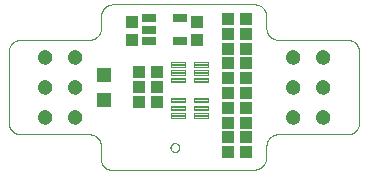
<source format=gts>
G75*
%MOIN*%
%OFA0B0*%
%FSLAX25Y25*%
%IPPOS*%
%LPD*%
%AMOC8*
5,1,8,0,0,1.08239X$1,22.5*
%
%ADD10C,0.00000*%
%ADD11R,0.05124X0.05124*%
%ADD12R,0.03943X0.03943*%
%ADD13C,0.04731*%
%ADD14C,0.00494*%
%ADD15C,0.00004*%
%ADD16R,0.05124X0.02565*%
D10*
X0045791Y0032012D02*
X0045915Y0032010D01*
X0046038Y0032004D01*
X0046162Y0031995D01*
X0046284Y0031981D01*
X0046407Y0031964D01*
X0046529Y0031942D01*
X0046650Y0031917D01*
X0046770Y0031888D01*
X0046889Y0031856D01*
X0047008Y0031819D01*
X0047125Y0031779D01*
X0047240Y0031736D01*
X0047355Y0031688D01*
X0047467Y0031637D01*
X0047578Y0031583D01*
X0047688Y0031525D01*
X0047795Y0031464D01*
X0047901Y0031399D01*
X0048004Y0031331D01*
X0048105Y0031260D01*
X0048204Y0031186D01*
X0048301Y0031109D01*
X0048395Y0031028D01*
X0048486Y0030945D01*
X0048575Y0030859D01*
X0048661Y0030770D01*
X0048744Y0030679D01*
X0048825Y0030585D01*
X0048902Y0030488D01*
X0048976Y0030389D01*
X0049047Y0030288D01*
X0049115Y0030185D01*
X0049180Y0030079D01*
X0049241Y0029972D01*
X0049299Y0029862D01*
X0049353Y0029751D01*
X0049404Y0029639D01*
X0049452Y0029524D01*
X0049495Y0029409D01*
X0049535Y0029292D01*
X0049572Y0029173D01*
X0049604Y0029054D01*
X0049633Y0028934D01*
X0049658Y0028813D01*
X0049680Y0028691D01*
X0049697Y0028568D01*
X0049711Y0028446D01*
X0049720Y0028322D01*
X0049726Y0028199D01*
X0049728Y0028075D01*
X0049728Y0024138D01*
X0049713Y0024023D01*
X0049703Y0023907D01*
X0049696Y0023791D01*
X0049693Y0023675D01*
X0049694Y0023558D01*
X0049699Y0023442D01*
X0049708Y0023326D01*
X0049720Y0023211D01*
X0049737Y0023095D01*
X0049757Y0022981D01*
X0049781Y0022867D01*
X0049809Y0022754D01*
X0049841Y0022642D01*
X0049876Y0022532D01*
X0049915Y0022422D01*
X0049958Y0022314D01*
X0050004Y0022207D01*
X0050054Y0022102D01*
X0050108Y0021999D01*
X0050164Y0021897D01*
X0050224Y0021798D01*
X0050288Y0021700D01*
X0050354Y0021605D01*
X0050424Y0021512D01*
X0050497Y0021421D01*
X0050573Y0021333D01*
X0050652Y0021247D01*
X0050733Y0021164D01*
X0050818Y0021084D01*
X0050904Y0021007D01*
X0050994Y0020933D01*
X0051086Y0020861D01*
X0051180Y0020793D01*
X0051276Y0020728D01*
X0051375Y0020666D01*
X0051476Y0020608D01*
X0051578Y0020553D01*
X0051682Y0020501D01*
X0051788Y0020453D01*
X0051896Y0020409D01*
X0052005Y0020368D01*
X0052115Y0020331D01*
X0052226Y0020297D01*
X0052338Y0020268D01*
X0052452Y0020242D01*
X0052566Y0020219D01*
X0052681Y0020201D01*
X0099925Y0020201D01*
X0100056Y0020189D01*
X0100188Y0020180D01*
X0100320Y0020175D01*
X0100452Y0020174D01*
X0100584Y0020177D01*
X0100716Y0020184D01*
X0100848Y0020195D01*
X0100979Y0020210D01*
X0101110Y0020228D01*
X0101240Y0020251D01*
X0101369Y0020277D01*
X0101498Y0020307D01*
X0101625Y0020341D01*
X0101752Y0020379D01*
X0101877Y0020420D01*
X0102002Y0020465D01*
X0102124Y0020514D01*
X0102245Y0020566D01*
X0102365Y0020622D01*
X0102483Y0020682D01*
X0102599Y0020745D01*
X0102713Y0020811D01*
X0102825Y0020881D01*
X0102935Y0020954D01*
X0103043Y0021030D01*
X0103149Y0021110D01*
X0103252Y0021192D01*
X0103353Y0021278D01*
X0103451Y0021366D01*
X0103546Y0021457D01*
X0103639Y0021552D01*
X0103728Y0021648D01*
X0103815Y0021748D01*
X0103899Y0021850D01*
X0103980Y0021954D01*
X0104058Y0022061D01*
X0104132Y0022170D01*
X0104204Y0022281D01*
X0104272Y0022394D01*
X0104336Y0022510D01*
X0104397Y0022627D01*
X0104455Y0022745D01*
X0104509Y0022866D01*
X0104559Y0022988D01*
X0104606Y0023111D01*
X0104649Y0023236D01*
X0104689Y0023362D01*
X0104725Y0023489D01*
X0104756Y0023618D01*
X0104785Y0023747D01*
X0104809Y0023876D01*
X0104829Y0024007D01*
X0104846Y0024138D01*
X0104846Y0028075D01*
X0104848Y0028199D01*
X0104854Y0028322D01*
X0104863Y0028446D01*
X0104877Y0028568D01*
X0104894Y0028691D01*
X0104916Y0028813D01*
X0104941Y0028934D01*
X0104970Y0029054D01*
X0105002Y0029173D01*
X0105039Y0029292D01*
X0105079Y0029409D01*
X0105122Y0029524D01*
X0105170Y0029639D01*
X0105221Y0029751D01*
X0105275Y0029862D01*
X0105333Y0029972D01*
X0105394Y0030079D01*
X0105459Y0030185D01*
X0105527Y0030288D01*
X0105598Y0030389D01*
X0105672Y0030488D01*
X0105749Y0030585D01*
X0105830Y0030679D01*
X0105913Y0030770D01*
X0105999Y0030859D01*
X0106088Y0030945D01*
X0106179Y0031028D01*
X0106273Y0031109D01*
X0106370Y0031186D01*
X0106469Y0031260D01*
X0106570Y0031331D01*
X0106673Y0031399D01*
X0106779Y0031464D01*
X0106886Y0031525D01*
X0106996Y0031583D01*
X0107107Y0031637D01*
X0107219Y0031688D01*
X0107334Y0031736D01*
X0107449Y0031779D01*
X0107566Y0031819D01*
X0107685Y0031856D01*
X0107804Y0031888D01*
X0107924Y0031917D01*
X0108045Y0031942D01*
X0108167Y0031964D01*
X0108290Y0031981D01*
X0108412Y0031995D01*
X0108536Y0032004D01*
X0108659Y0032010D01*
X0108783Y0032012D01*
X0131815Y0032012D01*
X0131939Y0032014D01*
X0132062Y0032020D01*
X0132186Y0032029D01*
X0132308Y0032043D01*
X0132431Y0032060D01*
X0132553Y0032082D01*
X0132674Y0032107D01*
X0132794Y0032136D01*
X0132913Y0032168D01*
X0133032Y0032205D01*
X0133149Y0032245D01*
X0133264Y0032288D01*
X0133379Y0032336D01*
X0133491Y0032387D01*
X0133602Y0032441D01*
X0133712Y0032499D01*
X0133819Y0032560D01*
X0133925Y0032625D01*
X0134028Y0032693D01*
X0134129Y0032764D01*
X0134228Y0032838D01*
X0134325Y0032915D01*
X0134419Y0032996D01*
X0134510Y0033079D01*
X0134599Y0033165D01*
X0134685Y0033254D01*
X0134768Y0033345D01*
X0134849Y0033439D01*
X0134926Y0033536D01*
X0135000Y0033635D01*
X0135071Y0033736D01*
X0135139Y0033839D01*
X0135204Y0033945D01*
X0135265Y0034052D01*
X0135323Y0034162D01*
X0135377Y0034273D01*
X0135428Y0034385D01*
X0135476Y0034500D01*
X0135519Y0034615D01*
X0135559Y0034732D01*
X0135596Y0034851D01*
X0135628Y0034970D01*
X0135657Y0035090D01*
X0135682Y0035211D01*
X0135704Y0035333D01*
X0135721Y0035456D01*
X0135735Y0035578D01*
X0135744Y0035702D01*
X0135750Y0035825D01*
X0135752Y0035949D01*
X0135752Y0059571D01*
X0135750Y0059695D01*
X0135744Y0059818D01*
X0135735Y0059942D01*
X0135721Y0060064D01*
X0135704Y0060187D01*
X0135682Y0060309D01*
X0135657Y0060430D01*
X0135628Y0060550D01*
X0135596Y0060669D01*
X0135559Y0060788D01*
X0135519Y0060905D01*
X0135476Y0061020D01*
X0135428Y0061135D01*
X0135377Y0061247D01*
X0135323Y0061358D01*
X0135265Y0061468D01*
X0135204Y0061575D01*
X0135139Y0061681D01*
X0135071Y0061784D01*
X0135000Y0061885D01*
X0134926Y0061984D01*
X0134849Y0062081D01*
X0134768Y0062175D01*
X0134685Y0062266D01*
X0134599Y0062355D01*
X0134510Y0062441D01*
X0134419Y0062524D01*
X0134325Y0062605D01*
X0134228Y0062682D01*
X0134129Y0062756D01*
X0134028Y0062827D01*
X0133925Y0062895D01*
X0133819Y0062960D01*
X0133712Y0063021D01*
X0133602Y0063079D01*
X0133491Y0063133D01*
X0133379Y0063184D01*
X0133264Y0063232D01*
X0133149Y0063275D01*
X0133032Y0063315D01*
X0132913Y0063352D01*
X0132794Y0063384D01*
X0132674Y0063413D01*
X0132553Y0063438D01*
X0132431Y0063460D01*
X0132308Y0063477D01*
X0132186Y0063491D01*
X0132062Y0063500D01*
X0131939Y0063506D01*
X0131815Y0063508D01*
X0108783Y0063508D01*
X0108659Y0063510D01*
X0108536Y0063516D01*
X0108412Y0063525D01*
X0108290Y0063539D01*
X0108167Y0063556D01*
X0108045Y0063578D01*
X0107924Y0063603D01*
X0107804Y0063632D01*
X0107685Y0063664D01*
X0107566Y0063701D01*
X0107449Y0063741D01*
X0107334Y0063784D01*
X0107219Y0063832D01*
X0107107Y0063883D01*
X0106996Y0063937D01*
X0106886Y0063995D01*
X0106779Y0064056D01*
X0106673Y0064121D01*
X0106570Y0064189D01*
X0106469Y0064260D01*
X0106370Y0064334D01*
X0106273Y0064411D01*
X0106179Y0064492D01*
X0106088Y0064575D01*
X0105999Y0064661D01*
X0105913Y0064750D01*
X0105830Y0064841D01*
X0105749Y0064935D01*
X0105672Y0065032D01*
X0105598Y0065131D01*
X0105527Y0065232D01*
X0105459Y0065335D01*
X0105394Y0065441D01*
X0105333Y0065548D01*
X0105275Y0065658D01*
X0105221Y0065769D01*
X0105170Y0065881D01*
X0105122Y0065996D01*
X0105079Y0066111D01*
X0105039Y0066228D01*
X0105002Y0066347D01*
X0104970Y0066466D01*
X0104941Y0066586D01*
X0104916Y0066707D01*
X0104894Y0066829D01*
X0104877Y0066952D01*
X0104863Y0067074D01*
X0104854Y0067198D01*
X0104848Y0067321D01*
X0104846Y0067445D01*
X0104846Y0071382D01*
X0104844Y0071506D01*
X0104838Y0071629D01*
X0104829Y0071753D01*
X0104815Y0071875D01*
X0104798Y0071998D01*
X0104776Y0072120D01*
X0104751Y0072241D01*
X0104722Y0072361D01*
X0104690Y0072480D01*
X0104653Y0072599D01*
X0104613Y0072716D01*
X0104570Y0072831D01*
X0104522Y0072946D01*
X0104471Y0073058D01*
X0104417Y0073169D01*
X0104359Y0073279D01*
X0104298Y0073386D01*
X0104233Y0073492D01*
X0104165Y0073595D01*
X0104094Y0073696D01*
X0104020Y0073795D01*
X0103943Y0073892D01*
X0103862Y0073986D01*
X0103779Y0074077D01*
X0103693Y0074166D01*
X0103604Y0074252D01*
X0103513Y0074335D01*
X0103419Y0074416D01*
X0103322Y0074493D01*
X0103223Y0074567D01*
X0103122Y0074638D01*
X0103019Y0074706D01*
X0102913Y0074771D01*
X0102806Y0074832D01*
X0102696Y0074890D01*
X0102585Y0074944D01*
X0102473Y0074995D01*
X0102358Y0075043D01*
X0102243Y0075086D01*
X0102126Y0075126D01*
X0102007Y0075163D01*
X0101888Y0075195D01*
X0101768Y0075224D01*
X0101647Y0075249D01*
X0101525Y0075271D01*
X0101402Y0075288D01*
X0101280Y0075302D01*
X0101156Y0075311D01*
X0101033Y0075317D01*
X0100909Y0075319D01*
X0053665Y0075319D01*
X0053541Y0075317D01*
X0053418Y0075311D01*
X0053294Y0075302D01*
X0053172Y0075288D01*
X0053049Y0075271D01*
X0052927Y0075249D01*
X0052806Y0075224D01*
X0052686Y0075195D01*
X0052567Y0075163D01*
X0052448Y0075126D01*
X0052331Y0075086D01*
X0052216Y0075043D01*
X0052101Y0074995D01*
X0051989Y0074944D01*
X0051878Y0074890D01*
X0051768Y0074832D01*
X0051661Y0074771D01*
X0051555Y0074706D01*
X0051452Y0074638D01*
X0051351Y0074567D01*
X0051252Y0074493D01*
X0051155Y0074416D01*
X0051061Y0074335D01*
X0050970Y0074252D01*
X0050881Y0074166D01*
X0050795Y0074077D01*
X0050712Y0073986D01*
X0050631Y0073892D01*
X0050554Y0073795D01*
X0050480Y0073696D01*
X0050409Y0073595D01*
X0050341Y0073492D01*
X0050276Y0073386D01*
X0050215Y0073279D01*
X0050157Y0073169D01*
X0050103Y0073058D01*
X0050052Y0072946D01*
X0050004Y0072831D01*
X0049961Y0072716D01*
X0049921Y0072599D01*
X0049884Y0072480D01*
X0049852Y0072361D01*
X0049823Y0072241D01*
X0049798Y0072120D01*
X0049776Y0071998D01*
X0049759Y0071875D01*
X0049745Y0071753D01*
X0049736Y0071629D01*
X0049730Y0071506D01*
X0049728Y0071382D01*
X0049728Y0067445D01*
X0049726Y0067321D01*
X0049720Y0067198D01*
X0049711Y0067074D01*
X0049697Y0066952D01*
X0049680Y0066829D01*
X0049658Y0066707D01*
X0049633Y0066586D01*
X0049604Y0066466D01*
X0049572Y0066347D01*
X0049535Y0066228D01*
X0049495Y0066111D01*
X0049452Y0065996D01*
X0049404Y0065881D01*
X0049353Y0065769D01*
X0049299Y0065658D01*
X0049241Y0065548D01*
X0049180Y0065441D01*
X0049115Y0065335D01*
X0049047Y0065232D01*
X0048976Y0065131D01*
X0048902Y0065032D01*
X0048825Y0064935D01*
X0048744Y0064841D01*
X0048661Y0064750D01*
X0048575Y0064661D01*
X0048486Y0064575D01*
X0048395Y0064492D01*
X0048301Y0064411D01*
X0048204Y0064334D01*
X0048105Y0064260D01*
X0048004Y0064189D01*
X0047901Y0064121D01*
X0047795Y0064056D01*
X0047688Y0063995D01*
X0047578Y0063937D01*
X0047467Y0063883D01*
X0047355Y0063832D01*
X0047240Y0063784D01*
X0047125Y0063741D01*
X0047008Y0063701D01*
X0046889Y0063664D01*
X0046770Y0063632D01*
X0046650Y0063603D01*
X0046529Y0063578D01*
X0046407Y0063556D01*
X0046284Y0063539D01*
X0046162Y0063525D01*
X0046038Y0063516D01*
X0045915Y0063510D01*
X0045791Y0063508D01*
X0022898Y0063508D01*
X0022774Y0063506D01*
X0022651Y0063500D01*
X0022527Y0063491D01*
X0022405Y0063477D01*
X0022282Y0063460D01*
X0022160Y0063438D01*
X0022039Y0063413D01*
X0021919Y0063384D01*
X0021800Y0063352D01*
X0021681Y0063315D01*
X0021564Y0063275D01*
X0021449Y0063232D01*
X0021334Y0063184D01*
X0021222Y0063133D01*
X0021111Y0063079D01*
X0021001Y0063021D01*
X0020894Y0062960D01*
X0020788Y0062895D01*
X0020685Y0062827D01*
X0020584Y0062756D01*
X0020485Y0062682D01*
X0020388Y0062605D01*
X0020294Y0062524D01*
X0020203Y0062441D01*
X0020114Y0062355D01*
X0020028Y0062266D01*
X0019945Y0062175D01*
X0019864Y0062081D01*
X0019787Y0061984D01*
X0019713Y0061885D01*
X0019642Y0061784D01*
X0019574Y0061681D01*
X0019509Y0061575D01*
X0019448Y0061468D01*
X0019390Y0061358D01*
X0019336Y0061247D01*
X0019285Y0061135D01*
X0019237Y0061020D01*
X0019194Y0060905D01*
X0019154Y0060788D01*
X0019117Y0060669D01*
X0019085Y0060550D01*
X0019056Y0060430D01*
X0019031Y0060309D01*
X0019009Y0060187D01*
X0018992Y0060064D01*
X0018978Y0059942D01*
X0018969Y0059818D01*
X0018963Y0059695D01*
X0018961Y0059571D01*
X0018961Y0035949D01*
X0018963Y0035825D01*
X0018969Y0035702D01*
X0018978Y0035578D01*
X0018992Y0035456D01*
X0019009Y0035333D01*
X0019031Y0035211D01*
X0019056Y0035090D01*
X0019085Y0034970D01*
X0019117Y0034851D01*
X0019154Y0034732D01*
X0019194Y0034615D01*
X0019237Y0034500D01*
X0019285Y0034385D01*
X0019336Y0034273D01*
X0019390Y0034162D01*
X0019448Y0034052D01*
X0019509Y0033945D01*
X0019574Y0033839D01*
X0019642Y0033736D01*
X0019713Y0033635D01*
X0019787Y0033536D01*
X0019864Y0033439D01*
X0019945Y0033345D01*
X0020028Y0033254D01*
X0020114Y0033165D01*
X0020203Y0033079D01*
X0020294Y0032996D01*
X0020388Y0032915D01*
X0020485Y0032838D01*
X0020584Y0032764D01*
X0020685Y0032693D01*
X0020788Y0032625D01*
X0020894Y0032560D01*
X0021001Y0032499D01*
X0021111Y0032441D01*
X0021222Y0032387D01*
X0021334Y0032336D01*
X0021449Y0032288D01*
X0021564Y0032245D01*
X0021681Y0032205D01*
X0021800Y0032168D01*
X0021919Y0032136D01*
X0022039Y0032107D01*
X0022160Y0032082D01*
X0022282Y0032060D01*
X0022405Y0032043D01*
X0022527Y0032029D01*
X0022651Y0032020D01*
X0022774Y0032014D01*
X0022898Y0032012D01*
X0045791Y0032012D01*
X0038784Y0037760D02*
X0038786Y0037853D01*
X0038792Y0037945D01*
X0038802Y0038037D01*
X0038816Y0038128D01*
X0038833Y0038219D01*
X0038855Y0038309D01*
X0038880Y0038398D01*
X0038909Y0038486D01*
X0038942Y0038572D01*
X0038979Y0038657D01*
X0039019Y0038741D01*
X0039063Y0038822D01*
X0039110Y0038902D01*
X0039160Y0038980D01*
X0039214Y0039055D01*
X0039271Y0039128D01*
X0039331Y0039198D01*
X0039394Y0039266D01*
X0039460Y0039331D01*
X0039528Y0039393D01*
X0039599Y0039453D01*
X0039673Y0039509D01*
X0039749Y0039562D01*
X0039827Y0039611D01*
X0039907Y0039658D01*
X0039989Y0039700D01*
X0040073Y0039740D01*
X0040158Y0039775D01*
X0040245Y0039807D01*
X0040333Y0039836D01*
X0040422Y0039860D01*
X0040512Y0039881D01*
X0040603Y0039897D01*
X0040695Y0039910D01*
X0040787Y0039919D01*
X0040880Y0039924D01*
X0040972Y0039925D01*
X0041065Y0039922D01*
X0041157Y0039915D01*
X0041249Y0039904D01*
X0041340Y0039889D01*
X0041431Y0039871D01*
X0041521Y0039848D01*
X0041609Y0039822D01*
X0041697Y0039792D01*
X0041783Y0039758D01*
X0041867Y0039721D01*
X0041950Y0039679D01*
X0042031Y0039635D01*
X0042111Y0039587D01*
X0042188Y0039536D01*
X0042262Y0039481D01*
X0042335Y0039423D01*
X0042405Y0039363D01*
X0042472Y0039299D01*
X0042536Y0039233D01*
X0042598Y0039163D01*
X0042656Y0039092D01*
X0042711Y0039018D01*
X0042763Y0038941D01*
X0042812Y0038862D01*
X0042858Y0038782D01*
X0042900Y0038699D01*
X0042938Y0038615D01*
X0042973Y0038529D01*
X0043004Y0038442D01*
X0043031Y0038354D01*
X0043054Y0038264D01*
X0043074Y0038174D01*
X0043090Y0038083D01*
X0043102Y0037991D01*
X0043110Y0037899D01*
X0043114Y0037806D01*
X0043114Y0037714D01*
X0043110Y0037621D01*
X0043102Y0037529D01*
X0043090Y0037437D01*
X0043074Y0037346D01*
X0043054Y0037256D01*
X0043031Y0037166D01*
X0043004Y0037078D01*
X0042973Y0036991D01*
X0042938Y0036905D01*
X0042900Y0036821D01*
X0042858Y0036738D01*
X0042812Y0036658D01*
X0042763Y0036579D01*
X0042711Y0036502D01*
X0042656Y0036428D01*
X0042598Y0036357D01*
X0042536Y0036287D01*
X0042472Y0036221D01*
X0042405Y0036157D01*
X0042335Y0036097D01*
X0042262Y0036039D01*
X0042188Y0035984D01*
X0042111Y0035933D01*
X0042032Y0035885D01*
X0041950Y0035841D01*
X0041867Y0035799D01*
X0041783Y0035762D01*
X0041697Y0035728D01*
X0041609Y0035698D01*
X0041521Y0035672D01*
X0041431Y0035649D01*
X0041340Y0035631D01*
X0041249Y0035616D01*
X0041157Y0035605D01*
X0041065Y0035598D01*
X0040972Y0035595D01*
X0040880Y0035596D01*
X0040787Y0035601D01*
X0040695Y0035610D01*
X0040603Y0035623D01*
X0040512Y0035639D01*
X0040422Y0035660D01*
X0040333Y0035684D01*
X0040245Y0035713D01*
X0040158Y0035745D01*
X0040073Y0035780D01*
X0039989Y0035820D01*
X0039907Y0035862D01*
X0039827Y0035909D01*
X0039749Y0035958D01*
X0039673Y0036011D01*
X0039599Y0036067D01*
X0039528Y0036127D01*
X0039460Y0036189D01*
X0039394Y0036254D01*
X0039331Y0036322D01*
X0039271Y0036392D01*
X0039214Y0036465D01*
X0039160Y0036540D01*
X0039110Y0036618D01*
X0039063Y0036698D01*
X0039019Y0036779D01*
X0038979Y0036863D01*
X0038942Y0036948D01*
X0038909Y0037034D01*
X0038880Y0037122D01*
X0038855Y0037211D01*
X0038833Y0037301D01*
X0038816Y0037392D01*
X0038802Y0037483D01*
X0038792Y0037575D01*
X0038786Y0037667D01*
X0038784Y0037760D01*
X0028784Y0037760D02*
X0028786Y0037853D01*
X0028792Y0037945D01*
X0028802Y0038037D01*
X0028816Y0038128D01*
X0028833Y0038219D01*
X0028855Y0038309D01*
X0028880Y0038398D01*
X0028909Y0038486D01*
X0028942Y0038572D01*
X0028979Y0038657D01*
X0029019Y0038741D01*
X0029063Y0038822D01*
X0029110Y0038902D01*
X0029160Y0038980D01*
X0029214Y0039055D01*
X0029271Y0039128D01*
X0029331Y0039198D01*
X0029394Y0039266D01*
X0029460Y0039331D01*
X0029528Y0039393D01*
X0029599Y0039453D01*
X0029673Y0039509D01*
X0029749Y0039562D01*
X0029827Y0039611D01*
X0029907Y0039658D01*
X0029989Y0039700D01*
X0030073Y0039740D01*
X0030158Y0039775D01*
X0030245Y0039807D01*
X0030333Y0039836D01*
X0030422Y0039860D01*
X0030512Y0039881D01*
X0030603Y0039897D01*
X0030695Y0039910D01*
X0030787Y0039919D01*
X0030880Y0039924D01*
X0030972Y0039925D01*
X0031065Y0039922D01*
X0031157Y0039915D01*
X0031249Y0039904D01*
X0031340Y0039889D01*
X0031431Y0039871D01*
X0031521Y0039848D01*
X0031609Y0039822D01*
X0031697Y0039792D01*
X0031783Y0039758D01*
X0031867Y0039721D01*
X0031950Y0039679D01*
X0032031Y0039635D01*
X0032111Y0039587D01*
X0032188Y0039536D01*
X0032262Y0039481D01*
X0032335Y0039423D01*
X0032405Y0039363D01*
X0032472Y0039299D01*
X0032536Y0039233D01*
X0032598Y0039163D01*
X0032656Y0039092D01*
X0032711Y0039018D01*
X0032763Y0038941D01*
X0032812Y0038862D01*
X0032858Y0038782D01*
X0032900Y0038699D01*
X0032938Y0038615D01*
X0032973Y0038529D01*
X0033004Y0038442D01*
X0033031Y0038354D01*
X0033054Y0038264D01*
X0033074Y0038174D01*
X0033090Y0038083D01*
X0033102Y0037991D01*
X0033110Y0037899D01*
X0033114Y0037806D01*
X0033114Y0037714D01*
X0033110Y0037621D01*
X0033102Y0037529D01*
X0033090Y0037437D01*
X0033074Y0037346D01*
X0033054Y0037256D01*
X0033031Y0037166D01*
X0033004Y0037078D01*
X0032973Y0036991D01*
X0032938Y0036905D01*
X0032900Y0036821D01*
X0032858Y0036738D01*
X0032812Y0036658D01*
X0032763Y0036579D01*
X0032711Y0036502D01*
X0032656Y0036428D01*
X0032598Y0036357D01*
X0032536Y0036287D01*
X0032472Y0036221D01*
X0032405Y0036157D01*
X0032335Y0036097D01*
X0032262Y0036039D01*
X0032188Y0035984D01*
X0032111Y0035933D01*
X0032032Y0035885D01*
X0031950Y0035841D01*
X0031867Y0035799D01*
X0031783Y0035762D01*
X0031697Y0035728D01*
X0031609Y0035698D01*
X0031521Y0035672D01*
X0031431Y0035649D01*
X0031340Y0035631D01*
X0031249Y0035616D01*
X0031157Y0035605D01*
X0031065Y0035598D01*
X0030972Y0035595D01*
X0030880Y0035596D01*
X0030787Y0035601D01*
X0030695Y0035610D01*
X0030603Y0035623D01*
X0030512Y0035639D01*
X0030422Y0035660D01*
X0030333Y0035684D01*
X0030245Y0035713D01*
X0030158Y0035745D01*
X0030073Y0035780D01*
X0029989Y0035820D01*
X0029907Y0035862D01*
X0029827Y0035909D01*
X0029749Y0035958D01*
X0029673Y0036011D01*
X0029599Y0036067D01*
X0029528Y0036127D01*
X0029460Y0036189D01*
X0029394Y0036254D01*
X0029331Y0036322D01*
X0029271Y0036392D01*
X0029214Y0036465D01*
X0029160Y0036540D01*
X0029110Y0036618D01*
X0029063Y0036698D01*
X0029019Y0036779D01*
X0028979Y0036863D01*
X0028942Y0036948D01*
X0028909Y0037034D01*
X0028880Y0037122D01*
X0028855Y0037211D01*
X0028833Y0037301D01*
X0028816Y0037392D01*
X0028802Y0037483D01*
X0028792Y0037575D01*
X0028786Y0037667D01*
X0028784Y0037760D01*
X0028784Y0047760D02*
X0028786Y0047853D01*
X0028792Y0047945D01*
X0028802Y0048037D01*
X0028816Y0048128D01*
X0028833Y0048219D01*
X0028855Y0048309D01*
X0028880Y0048398D01*
X0028909Y0048486D01*
X0028942Y0048572D01*
X0028979Y0048657D01*
X0029019Y0048741D01*
X0029063Y0048822D01*
X0029110Y0048902D01*
X0029160Y0048980D01*
X0029214Y0049055D01*
X0029271Y0049128D01*
X0029331Y0049198D01*
X0029394Y0049266D01*
X0029460Y0049331D01*
X0029528Y0049393D01*
X0029599Y0049453D01*
X0029673Y0049509D01*
X0029749Y0049562D01*
X0029827Y0049611D01*
X0029907Y0049658D01*
X0029989Y0049700D01*
X0030073Y0049740D01*
X0030158Y0049775D01*
X0030245Y0049807D01*
X0030333Y0049836D01*
X0030422Y0049860D01*
X0030512Y0049881D01*
X0030603Y0049897D01*
X0030695Y0049910D01*
X0030787Y0049919D01*
X0030880Y0049924D01*
X0030972Y0049925D01*
X0031065Y0049922D01*
X0031157Y0049915D01*
X0031249Y0049904D01*
X0031340Y0049889D01*
X0031431Y0049871D01*
X0031521Y0049848D01*
X0031609Y0049822D01*
X0031697Y0049792D01*
X0031783Y0049758D01*
X0031867Y0049721D01*
X0031950Y0049679D01*
X0032031Y0049635D01*
X0032111Y0049587D01*
X0032188Y0049536D01*
X0032262Y0049481D01*
X0032335Y0049423D01*
X0032405Y0049363D01*
X0032472Y0049299D01*
X0032536Y0049233D01*
X0032598Y0049163D01*
X0032656Y0049092D01*
X0032711Y0049018D01*
X0032763Y0048941D01*
X0032812Y0048862D01*
X0032858Y0048782D01*
X0032900Y0048699D01*
X0032938Y0048615D01*
X0032973Y0048529D01*
X0033004Y0048442D01*
X0033031Y0048354D01*
X0033054Y0048264D01*
X0033074Y0048174D01*
X0033090Y0048083D01*
X0033102Y0047991D01*
X0033110Y0047899D01*
X0033114Y0047806D01*
X0033114Y0047714D01*
X0033110Y0047621D01*
X0033102Y0047529D01*
X0033090Y0047437D01*
X0033074Y0047346D01*
X0033054Y0047256D01*
X0033031Y0047166D01*
X0033004Y0047078D01*
X0032973Y0046991D01*
X0032938Y0046905D01*
X0032900Y0046821D01*
X0032858Y0046738D01*
X0032812Y0046658D01*
X0032763Y0046579D01*
X0032711Y0046502D01*
X0032656Y0046428D01*
X0032598Y0046357D01*
X0032536Y0046287D01*
X0032472Y0046221D01*
X0032405Y0046157D01*
X0032335Y0046097D01*
X0032262Y0046039D01*
X0032188Y0045984D01*
X0032111Y0045933D01*
X0032032Y0045885D01*
X0031950Y0045841D01*
X0031867Y0045799D01*
X0031783Y0045762D01*
X0031697Y0045728D01*
X0031609Y0045698D01*
X0031521Y0045672D01*
X0031431Y0045649D01*
X0031340Y0045631D01*
X0031249Y0045616D01*
X0031157Y0045605D01*
X0031065Y0045598D01*
X0030972Y0045595D01*
X0030880Y0045596D01*
X0030787Y0045601D01*
X0030695Y0045610D01*
X0030603Y0045623D01*
X0030512Y0045639D01*
X0030422Y0045660D01*
X0030333Y0045684D01*
X0030245Y0045713D01*
X0030158Y0045745D01*
X0030073Y0045780D01*
X0029989Y0045820D01*
X0029907Y0045862D01*
X0029827Y0045909D01*
X0029749Y0045958D01*
X0029673Y0046011D01*
X0029599Y0046067D01*
X0029528Y0046127D01*
X0029460Y0046189D01*
X0029394Y0046254D01*
X0029331Y0046322D01*
X0029271Y0046392D01*
X0029214Y0046465D01*
X0029160Y0046540D01*
X0029110Y0046618D01*
X0029063Y0046698D01*
X0029019Y0046779D01*
X0028979Y0046863D01*
X0028942Y0046948D01*
X0028909Y0047034D01*
X0028880Y0047122D01*
X0028855Y0047211D01*
X0028833Y0047301D01*
X0028816Y0047392D01*
X0028802Y0047483D01*
X0028792Y0047575D01*
X0028786Y0047667D01*
X0028784Y0047760D01*
X0038784Y0047760D02*
X0038786Y0047853D01*
X0038792Y0047945D01*
X0038802Y0048037D01*
X0038816Y0048128D01*
X0038833Y0048219D01*
X0038855Y0048309D01*
X0038880Y0048398D01*
X0038909Y0048486D01*
X0038942Y0048572D01*
X0038979Y0048657D01*
X0039019Y0048741D01*
X0039063Y0048822D01*
X0039110Y0048902D01*
X0039160Y0048980D01*
X0039214Y0049055D01*
X0039271Y0049128D01*
X0039331Y0049198D01*
X0039394Y0049266D01*
X0039460Y0049331D01*
X0039528Y0049393D01*
X0039599Y0049453D01*
X0039673Y0049509D01*
X0039749Y0049562D01*
X0039827Y0049611D01*
X0039907Y0049658D01*
X0039989Y0049700D01*
X0040073Y0049740D01*
X0040158Y0049775D01*
X0040245Y0049807D01*
X0040333Y0049836D01*
X0040422Y0049860D01*
X0040512Y0049881D01*
X0040603Y0049897D01*
X0040695Y0049910D01*
X0040787Y0049919D01*
X0040880Y0049924D01*
X0040972Y0049925D01*
X0041065Y0049922D01*
X0041157Y0049915D01*
X0041249Y0049904D01*
X0041340Y0049889D01*
X0041431Y0049871D01*
X0041521Y0049848D01*
X0041609Y0049822D01*
X0041697Y0049792D01*
X0041783Y0049758D01*
X0041867Y0049721D01*
X0041950Y0049679D01*
X0042031Y0049635D01*
X0042111Y0049587D01*
X0042188Y0049536D01*
X0042262Y0049481D01*
X0042335Y0049423D01*
X0042405Y0049363D01*
X0042472Y0049299D01*
X0042536Y0049233D01*
X0042598Y0049163D01*
X0042656Y0049092D01*
X0042711Y0049018D01*
X0042763Y0048941D01*
X0042812Y0048862D01*
X0042858Y0048782D01*
X0042900Y0048699D01*
X0042938Y0048615D01*
X0042973Y0048529D01*
X0043004Y0048442D01*
X0043031Y0048354D01*
X0043054Y0048264D01*
X0043074Y0048174D01*
X0043090Y0048083D01*
X0043102Y0047991D01*
X0043110Y0047899D01*
X0043114Y0047806D01*
X0043114Y0047714D01*
X0043110Y0047621D01*
X0043102Y0047529D01*
X0043090Y0047437D01*
X0043074Y0047346D01*
X0043054Y0047256D01*
X0043031Y0047166D01*
X0043004Y0047078D01*
X0042973Y0046991D01*
X0042938Y0046905D01*
X0042900Y0046821D01*
X0042858Y0046738D01*
X0042812Y0046658D01*
X0042763Y0046579D01*
X0042711Y0046502D01*
X0042656Y0046428D01*
X0042598Y0046357D01*
X0042536Y0046287D01*
X0042472Y0046221D01*
X0042405Y0046157D01*
X0042335Y0046097D01*
X0042262Y0046039D01*
X0042188Y0045984D01*
X0042111Y0045933D01*
X0042032Y0045885D01*
X0041950Y0045841D01*
X0041867Y0045799D01*
X0041783Y0045762D01*
X0041697Y0045728D01*
X0041609Y0045698D01*
X0041521Y0045672D01*
X0041431Y0045649D01*
X0041340Y0045631D01*
X0041249Y0045616D01*
X0041157Y0045605D01*
X0041065Y0045598D01*
X0040972Y0045595D01*
X0040880Y0045596D01*
X0040787Y0045601D01*
X0040695Y0045610D01*
X0040603Y0045623D01*
X0040512Y0045639D01*
X0040422Y0045660D01*
X0040333Y0045684D01*
X0040245Y0045713D01*
X0040158Y0045745D01*
X0040073Y0045780D01*
X0039989Y0045820D01*
X0039907Y0045862D01*
X0039827Y0045909D01*
X0039749Y0045958D01*
X0039673Y0046011D01*
X0039599Y0046067D01*
X0039528Y0046127D01*
X0039460Y0046189D01*
X0039394Y0046254D01*
X0039331Y0046322D01*
X0039271Y0046392D01*
X0039214Y0046465D01*
X0039160Y0046540D01*
X0039110Y0046618D01*
X0039063Y0046698D01*
X0039019Y0046779D01*
X0038979Y0046863D01*
X0038942Y0046948D01*
X0038909Y0047034D01*
X0038880Y0047122D01*
X0038855Y0047211D01*
X0038833Y0047301D01*
X0038816Y0047392D01*
X0038802Y0047483D01*
X0038792Y0047575D01*
X0038786Y0047667D01*
X0038784Y0047760D01*
X0038784Y0057760D02*
X0038786Y0057853D01*
X0038792Y0057945D01*
X0038802Y0058037D01*
X0038816Y0058128D01*
X0038833Y0058219D01*
X0038855Y0058309D01*
X0038880Y0058398D01*
X0038909Y0058486D01*
X0038942Y0058572D01*
X0038979Y0058657D01*
X0039019Y0058741D01*
X0039063Y0058822D01*
X0039110Y0058902D01*
X0039160Y0058980D01*
X0039214Y0059055D01*
X0039271Y0059128D01*
X0039331Y0059198D01*
X0039394Y0059266D01*
X0039460Y0059331D01*
X0039528Y0059393D01*
X0039599Y0059453D01*
X0039673Y0059509D01*
X0039749Y0059562D01*
X0039827Y0059611D01*
X0039907Y0059658D01*
X0039989Y0059700D01*
X0040073Y0059740D01*
X0040158Y0059775D01*
X0040245Y0059807D01*
X0040333Y0059836D01*
X0040422Y0059860D01*
X0040512Y0059881D01*
X0040603Y0059897D01*
X0040695Y0059910D01*
X0040787Y0059919D01*
X0040880Y0059924D01*
X0040972Y0059925D01*
X0041065Y0059922D01*
X0041157Y0059915D01*
X0041249Y0059904D01*
X0041340Y0059889D01*
X0041431Y0059871D01*
X0041521Y0059848D01*
X0041609Y0059822D01*
X0041697Y0059792D01*
X0041783Y0059758D01*
X0041867Y0059721D01*
X0041950Y0059679D01*
X0042031Y0059635D01*
X0042111Y0059587D01*
X0042188Y0059536D01*
X0042262Y0059481D01*
X0042335Y0059423D01*
X0042405Y0059363D01*
X0042472Y0059299D01*
X0042536Y0059233D01*
X0042598Y0059163D01*
X0042656Y0059092D01*
X0042711Y0059018D01*
X0042763Y0058941D01*
X0042812Y0058862D01*
X0042858Y0058782D01*
X0042900Y0058699D01*
X0042938Y0058615D01*
X0042973Y0058529D01*
X0043004Y0058442D01*
X0043031Y0058354D01*
X0043054Y0058264D01*
X0043074Y0058174D01*
X0043090Y0058083D01*
X0043102Y0057991D01*
X0043110Y0057899D01*
X0043114Y0057806D01*
X0043114Y0057714D01*
X0043110Y0057621D01*
X0043102Y0057529D01*
X0043090Y0057437D01*
X0043074Y0057346D01*
X0043054Y0057256D01*
X0043031Y0057166D01*
X0043004Y0057078D01*
X0042973Y0056991D01*
X0042938Y0056905D01*
X0042900Y0056821D01*
X0042858Y0056738D01*
X0042812Y0056658D01*
X0042763Y0056579D01*
X0042711Y0056502D01*
X0042656Y0056428D01*
X0042598Y0056357D01*
X0042536Y0056287D01*
X0042472Y0056221D01*
X0042405Y0056157D01*
X0042335Y0056097D01*
X0042262Y0056039D01*
X0042188Y0055984D01*
X0042111Y0055933D01*
X0042032Y0055885D01*
X0041950Y0055841D01*
X0041867Y0055799D01*
X0041783Y0055762D01*
X0041697Y0055728D01*
X0041609Y0055698D01*
X0041521Y0055672D01*
X0041431Y0055649D01*
X0041340Y0055631D01*
X0041249Y0055616D01*
X0041157Y0055605D01*
X0041065Y0055598D01*
X0040972Y0055595D01*
X0040880Y0055596D01*
X0040787Y0055601D01*
X0040695Y0055610D01*
X0040603Y0055623D01*
X0040512Y0055639D01*
X0040422Y0055660D01*
X0040333Y0055684D01*
X0040245Y0055713D01*
X0040158Y0055745D01*
X0040073Y0055780D01*
X0039989Y0055820D01*
X0039907Y0055862D01*
X0039827Y0055909D01*
X0039749Y0055958D01*
X0039673Y0056011D01*
X0039599Y0056067D01*
X0039528Y0056127D01*
X0039460Y0056189D01*
X0039394Y0056254D01*
X0039331Y0056322D01*
X0039271Y0056392D01*
X0039214Y0056465D01*
X0039160Y0056540D01*
X0039110Y0056618D01*
X0039063Y0056698D01*
X0039019Y0056779D01*
X0038979Y0056863D01*
X0038942Y0056948D01*
X0038909Y0057034D01*
X0038880Y0057122D01*
X0038855Y0057211D01*
X0038833Y0057301D01*
X0038816Y0057392D01*
X0038802Y0057483D01*
X0038792Y0057575D01*
X0038786Y0057667D01*
X0038784Y0057760D01*
X0028784Y0057760D02*
X0028786Y0057853D01*
X0028792Y0057945D01*
X0028802Y0058037D01*
X0028816Y0058128D01*
X0028833Y0058219D01*
X0028855Y0058309D01*
X0028880Y0058398D01*
X0028909Y0058486D01*
X0028942Y0058572D01*
X0028979Y0058657D01*
X0029019Y0058741D01*
X0029063Y0058822D01*
X0029110Y0058902D01*
X0029160Y0058980D01*
X0029214Y0059055D01*
X0029271Y0059128D01*
X0029331Y0059198D01*
X0029394Y0059266D01*
X0029460Y0059331D01*
X0029528Y0059393D01*
X0029599Y0059453D01*
X0029673Y0059509D01*
X0029749Y0059562D01*
X0029827Y0059611D01*
X0029907Y0059658D01*
X0029989Y0059700D01*
X0030073Y0059740D01*
X0030158Y0059775D01*
X0030245Y0059807D01*
X0030333Y0059836D01*
X0030422Y0059860D01*
X0030512Y0059881D01*
X0030603Y0059897D01*
X0030695Y0059910D01*
X0030787Y0059919D01*
X0030880Y0059924D01*
X0030972Y0059925D01*
X0031065Y0059922D01*
X0031157Y0059915D01*
X0031249Y0059904D01*
X0031340Y0059889D01*
X0031431Y0059871D01*
X0031521Y0059848D01*
X0031609Y0059822D01*
X0031697Y0059792D01*
X0031783Y0059758D01*
X0031867Y0059721D01*
X0031950Y0059679D01*
X0032031Y0059635D01*
X0032111Y0059587D01*
X0032188Y0059536D01*
X0032262Y0059481D01*
X0032335Y0059423D01*
X0032405Y0059363D01*
X0032472Y0059299D01*
X0032536Y0059233D01*
X0032598Y0059163D01*
X0032656Y0059092D01*
X0032711Y0059018D01*
X0032763Y0058941D01*
X0032812Y0058862D01*
X0032858Y0058782D01*
X0032900Y0058699D01*
X0032938Y0058615D01*
X0032973Y0058529D01*
X0033004Y0058442D01*
X0033031Y0058354D01*
X0033054Y0058264D01*
X0033074Y0058174D01*
X0033090Y0058083D01*
X0033102Y0057991D01*
X0033110Y0057899D01*
X0033114Y0057806D01*
X0033114Y0057714D01*
X0033110Y0057621D01*
X0033102Y0057529D01*
X0033090Y0057437D01*
X0033074Y0057346D01*
X0033054Y0057256D01*
X0033031Y0057166D01*
X0033004Y0057078D01*
X0032973Y0056991D01*
X0032938Y0056905D01*
X0032900Y0056821D01*
X0032858Y0056738D01*
X0032812Y0056658D01*
X0032763Y0056579D01*
X0032711Y0056502D01*
X0032656Y0056428D01*
X0032598Y0056357D01*
X0032536Y0056287D01*
X0032472Y0056221D01*
X0032405Y0056157D01*
X0032335Y0056097D01*
X0032262Y0056039D01*
X0032188Y0055984D01*
X0032111Y0055933D01*
X0032032Y0055885D01*
X0031950Y0055841D01*
X0031867Y0055799D01*
X0031783Y0055762D01*
X0031697Y0055728D01*
X0031609Y0055698D01*
X0031521Y0055672D01*
X0031431Y0055649D01*
X0031340Y0055631D01*
X0031249Y0055616D01*
X0031157Y0055605D01*
X0031065Y0055598D01*
X0030972Y0055595D01*
X0030880Y0055596D01*
X0030787Y0055601D01*
X0030695Y0055610D01*
X0030603Y0055623D01*
X0030512Y0055639D01*
X0030422Y0055660D01*
X0030333Y0055684D01*
X0030245Y0055713D01*
X0030158Y0055745D01*
X0030073Y0055780D01*
X0029989Y0055820D01*
X0029907Y0055862D01*
X0029827Y0055909D01*
X0029749Y0055958D01*
X0029673Y0056011D01*
X0029599Y0056067D01*
X0029528Y0056127D01*
X0029460Y0056189D01*
X0029394Y0056254D01*
X0029331Y0056322D01*
X0029271Y0056392D01*
X0029214Y0056465D01*
X0029160Y0056540D01*
X0029110Y0056618D01*
X0029063Y0056698D01*
X0029019Y0056779D01*
X0028979Y0056863D01*
X0028942Y0056948D01*
X0028909Y0057034D01*
X0028880Y0057122D01*
X0028855Y0057211D01*
X0028833Y0057301D01*
X0028816Y0057392D01*
X0028802Y0057483D01*
X0028792Y0057575D01*
X0028786Y0057667D01*
X0028784Y0057760D01*
X0111461Y0057760D02*
X0111463Y0057853D01*
X0111469Y0057945D01*
X0111479Y0058037D01*
X0111493Y0058128D01*
X0111510Y0058219D01*
X0111532Y0058309D01*
X0111557Y0058398D01*
X0111586Y0058486D01*
X0111619Y0058572D01*
X0111656Y0058657D01*
X0111696Y0058741D01*
X0111740Y0058822D01*
X0111787Y0058902D01*
X0111837Y0058980D01*
X0111891Y0059055D01*
X0111948Y0059128D01*
X0112008Y0059198D01*
X0112071Y0059266D01*
X0112137Y0059331D01*
X0112205Y0059393D01*
X0112276Y0059453D01*
X0112350Y0059509D01*
X0112426Y0059562D01*
X0112504Y0059611D01*
X0112584Y0059658D01*
X0112666Y0059700D01*
X0112750Y0059740D01*
X0112835Y0059775D01*
X0112922Y0059807D01*
X0113010Y0059836D01*
X0113099Y0059860D01*
X0113189Y0059881D01*
X0113280Y0059897D01*
X0113372Y0059910D01*
X0113464Y0059919D01*
X0113557Y0059924D01*
X0113649Y0059925D01*
X0113742Y0059922D01*
X0113834Y0059915D01*
X0113926Y0059904D01*
X0114017Y0059889D01*
X0114108Y0059871D01*
X0114198Y0059848D01*
X0114286Y0059822D01*
X0114374Y0059792D01*
X0114460Y0059758D01*
X0114544Y0059721D01*
X0114627Y0059679D01*
X0114708Y0059635D01*
X0114788Y0059587D01*
X0114865Y0059536D01*
X0114939Y0059481D01*
X0115012Y0059423D01*
X0115082Y0059363D01*
X0115149Y0059299D01*
X0115213Y0059233D01*
X0115275Y0059163D01*
X0115333Y0059092D01*
X0115388Y0059018D01*
X0115440Y0058941D01*
X0115489Y0058862D01*
X0115535Y0058782D01*
X0115577Y0058699D01*
X0115615Y0058615D01*
X0115650Y0058529D01*
X0115681Y0058442D01*
X0115708Y0058354D01*
X0115731Y0058264D01*
X0115751Y0058174D01*
X0115767Y0058083D01*
X0115779Y0057991D01*
X0115787Y0057899D01*
X0115791Y0057806D01*
X0115791Y0057714D01*
X0115787Y0057621D01*
X0115779Y0057529D01*
X0115767Y0057437D01*
X0115751Y0057346D01*
X0115731Y0057256D01*
X0115708Y0057166D01*
X0115681Y0057078D01*
X0115650Y0056991D01*
X0115615Y0056905D01*
X0115577Y0056821D01*
X0115535Y0056738D01*
X0115489Y0056658D01*
X0115440Y0056579D01*
X0115388Y0056502D01*
X0115333Y0056428D01*
X0115275Y0056357D01*
X0115213Y0056287D01*
X0115149Y0056221D01*
X0115082Y0056157D01*
X0115012Y0056097D01*
X0114939Y0056039D01*
X0114865Y0055984D01*
X0114788Y0055933D01*
X0114709Y0055885D01*
X0114627Y0055841D01*
X0114544Y0055799D01*
X0114460Y0055762D01*
X0114374Y0055728D01*
X0114286Y0055698D01*
X0114198Y0055672D01*
X0114108Y0055649D01*
X0114017Y0055631D01*
X0113926Y0055616D01*
X0113834Y0055605D01*
X0113742Y0055598D01*
X0113649Y0055595D01*
X0113557Y0055596D01*
X0113464Y0055601D01*
X0113372Y0055610D01*
X0113280Y0055623D01*
X0113189Y0055639D01*
X0113099Y0055660D01*
X0113010Y0055684D01*
X0112922Y0055713D01*
X0112835Y0055745D01*
X0112750Y0055780D01*
X0112666Y0055820D01*
X0112584Y0055862D01*
X0112504Y0055909D01*
X0112426Y0055958D01*
X0112350Y0056011D01*
X0112276Y0056067D01*
X0112205Y0056127D01*
X0112137Y0056189D01*
X0112071Y0056254D01*
X0112008Y0056322D01*
X0111948Y0056392D01*
X0111891Y0056465D01*
X0111837Y0056540D01*
X0111787Y0056618D01*
X0111740Y0056698D01*
X0111696Y0056779D01*
X0111656Y0056863D01*
X0111619Y0056948D01*
X0111586Y0057034D01*
X0111557Y0057122D01*
X0111532Y0057211D01*
X0111510Y0057301D01*
X0111493Y0057392D01*
X0111479Y0057483D01*
X0111469Y0057575D01*
X0111463Y0057667D01*
X0111461Y0057760D01*
X0121461Y0057760D02*
X0121463Y0057853D01*
X0121469Y0057945D01*
X0121479Y0058037D01*
X0121493Y0058128D01*
X0121510Y0058219D01*
X0121532Y0058309D01*
X0121557Y0058398D01*
X0121586Y0058486D01*
X0121619Y0058572D01*
X0121656Y0058657D01*
X0121696Y0058741D01*
X0121740Y0058822D01*
X0121787Y0058902D01*
X0121837Y0058980D01*
X0121891Y0059055D01*
X0121948Y0059128D01*
X0122008Y0059198D01*
X0122071Y0059266D01*
X0122137Y0059331D01*
X0122205Y0059393D01*
X0122276Y0059453D01*
X0122350Y0059509D01*
X0122426Y0059562D01*
X0122504Y0059611D01*
X0122584Y0059658D01*
X0122666Y0059700D01*
X0122750Y0059740D01*
X0122835Y0059775D01*
X0122922Y0059807D01*
X0123010Y0059836D01*
X0123099Y0059860D01*
X0123189Y0059881D01*
X0123280Y0059897D01*
X0123372Y0059910D01*
X0123464Y0059919D01*
X0123557Y0059924D01*
X0123649Y0059925D01*
X0123742Y0059922D01*
X0123834Y0059915D01*
X0123926Y0059904D01*
X0124017Y0059889D01*
X0124108Y0059871D01*
X0124198Y0059848D01*
X0124286Y0059822D01*
X0124374Y0059792D01*
X0124460Y0059758D01*
X0124544Y0059721D01*
X0124627Y0059679D01*
X0124708Y0059635D01*
X0124788Y0059587D01*
X0124865Y0059536D01*
X0124939Y0059481D01*
X0125012Y0059423D01*
X0125082Y0059363D01*
X0125149Y0059299D01*
X0125213Y0059233D01*
X0125275Y0059163D01*
X0125333Y0059092D01*
X0125388Y0059018D01*
X0125440Y0058941D01*
X0125489Y0058862D01*
X0125535Y0058782D01*
X0125577Y0058699D01*
X0125615Y0058615D01*
X0125650Y0058529D01*
X0125681Y0058442D01*
X0125708Y0058354D01*
X0125731Y0058264D01*
X0125751Y0058174D01*
X0125767Y0058083D01*
X0125779Y0057991D01*
X0125787Y0057899D01*
X0125791Y0057806D01*
X0125791Y0057714D01*
X0125787Y0057621D01*
X0125779Y0057529D01*
X0125767Y0057437D01*
X0125751Y0057346D01*
X0125731Y0057256D01*
X0125708Y0057166D01*
X0125681Y0057078D01*
X0125650Y0056991D01*
X0125615Y0056905D01*
X0125577Y0056821D01*
X0125535Y0056738D01*
X0125489Y0056658D01*
X0125440Y0056579D01*
X0125388Y0056502D01*
X0125333Y0056428D01*
X0125275Y0056357D01*
X0125213Y0056287D01*
X0125149Y0056221D01*
X0125082Y0056157D01*
X0125012Y0056097D01*
X0124939Y0056039D01*
X0124865Y0055984D01*
X0124788Y0055933D01*
X0124709Y0055885D01*
X0124627Y0055841D01*
X0124544Y0055799D01*
X0124460Y0055762D01*
X0124374Y0055728D01*
X0124286Y0055698D01*
X0124198Y0055672D01*
X0124108Y0055649D01*
X0124017Y0055631D01*
X0123926Y0055616D01*
X0123834Y0055605D01*
X0123742Y0055598D01*
X0123649Y0055595D01*
X0123557Y0055596D01*
X0123464Y0055601D01*
X0123372Y0055610D01*
X0123280Y0055623D01*
X0123189Y0055639D01*
X0123099Y0055660D01*
X0123010Y0055684D01*
X0122922Y0055713D01*
X0122835Y0055745D01*
X0122750Y0055780D01*
X0122666Y0055820D01*
X0122584Y0055862D01*
X0122504Y0055909D01*
X0122426Y0055958D01*
X0122350Y0056011D01*
X0122276Y0056067D01*
X0122205Y0056127D01*
X0122137Y0056189D01*
X0122071Y0056254D01*
X0122008Y0056322D01*
X0121948Y0056392D01*
X0121891Y0056465D01*
X0121837Y0056540D01*
X0121787Y0056618D01*
X0121740Y0056698D01*
X0121696Y0056779D01*
X0121656Y0056863D01*
X0121619Y0056948D01*
X0121586Y0057034D01*
X0121557Y0057122D01*
X0121532Y0057211D01*
X0121510Y0057301D01*
X0121493Y0057392D01*
X0121479Y0057483D01*
X0121469Y0057575D01*
X0121463Y0057667D01*
X0121461Y0057760D01*
X0121461Y0047760D02*
X0121463Y0047853D01*
X0121469Y0047945D01*
X0121479Y0048037D01*
X0121493Y0048128D01*
X0121510Y0048219D01*
X0121532Y0048309D01*
X0121557Y0048398D01*
X0121586Y0048486D01*
X0121619Y0048572D01*
X0121656Y0048657D01*
X0121696Y0048741D01*
X0121740Y0048822D01*
X0121787Y0048902D01*
X0121837Y0048980D01*
X0121891Y0049055D01*
X0121948Y0049128D01*
X0122008Y0049198D01*
X0122071Y0049266D01*
X0122137Y0049331D01*
X0122205Y0049393D01*
X0122276Y0049453D01*
X0122350Y0049509D01*
X0122426Y0049562D01*
X0122504Y0049611D01*
X0122584Y0049658D01*
X0122666Y0049700D01*
X0122750Y0049740D01*
X0122835Y0049775D01*
X0122922Y0049807D01*
X0123010Y0049836D01*
X0123099Y0049860D01*
X0123189Y0049881D01*
X0123280Y0049897D01*
X0123372Y0049910D01*
X0123464Y0049919D01*
X0123557Y0049924D01*
X0123649Y0049925D01*
X0123742Y0049922D01*
X0123834Y0049915D01*
X0123926Y0049904D01*
X0124017Y0049889D01*
X0124108Y0049871D01*
X0124198Y0049848D01*
X0124286Y0049822D01*
X0124374Y0049792D01*
X0124460Y0049758D01*
X0124544Y0049721D01*
X0124627Y0049679D01*
X0124708Y0049635D01*
X0124788Y0049587D01*
X0124865Y0049536D01*
X0124939Y0049481D01*
X0125012Y0049423D01*
X0125082Y0049363D01*
X0125149Y0049299D01*
X0125213Y0049233D01*
X0125275Y0049163D01*
X0125333Y0049092D01*
X0125388Y0049018D01*
X0125440Y0048941D01*
X0125489Y0048862D01*
X0125535Y0048782D01*
X0125577Y0048699D01*
X0125615Y0048615D01*
X0125650Y0048529D01*
X0125681Y0048442D01*
X0125708Y0048354D01*
X0125731Y0048264D01*
X0125751Y0048174D01*
X0125767Y0048083D01*
X0125779Y0047991D01*
X0125787Y0047899D01*
X0125791Y0047806D01*
X0125791Y0047714D01*
X0125787Y0047621D01*
X0125779Y0047529D01*
X0125767Y0047437D01*
X0125751Y0047346D01*
X0125731Y0047256D01*
X0125708Y0047166D01*
X0125681Y0047078D01*
X0125650Y0046991D01*
X0125615Y0046905D01*
X0125577Y0046821D01*
X0125535Y0046738D01*
X0125489Y0046658D01*
X0125440Y0046579D01*
X0125388Y0046502D01*
X0125333Y0046428D01*
X0125275Y0046357D01*
X0125213Y0046287D01*
X0125149Y0046221D01*
X0125082Y0046157D01*
X0125012Y0046097D01*
X0124939Y0046039D01*
X0124865Y0045984D01*
X0124788Y0045933D01*
X0124709Y0045885D01*
X0124627Y0045841D01*
X0124544Y0045799D01*
X0124460Y0045762D01*
X0124374Y0045728D01*
X0124286Y0045698D01*
X0124198Y0045672D01*
X0124108Y0045649D01*
X0124017Y0045631D01*
X0123926Y0045616D01*
X0123834Y0045605D01*
X0123742Y0045598D01*
X0123649Y0045595D01*
X0123557Y0045596D01*
X0123464Y0045601D01*
X0123372Y0045610D01*
X0123280Y0045623D01*
X0123189Y0045639D01*
X0123099Y0045660D01*
X0123010Y0045684D01*
X0122922Y0045713D01*
X0122835Y0045745D01*
X0122750Y0045780D01*
X0122666Y0045820D01*
X0122584Y0045862D01*
X0122504Y0045909D01*
X0122426Y0045958D01*
X0122350Y0046011D01*
X0122276Y0046067D01*
X0122205Y0046127D01*
X0122137Y0046189D01*
X0122071Y0046254D01*
X0122008Y0046322D01*
X0121948Y0046392D01*
X0121891Y0046465D01*
X0121837Y0046540D01*
X0121787Y0046618D01*
X0121740Y0046698D01*
X0121696Y0046779D01*
X0121656Y0046863D01*
X0121619Y0046948D01*
X0121586Y0047034D01*
X0121557Y0047122D01*
X0121532Y0047211D01*
X0121510Y0047301D01*
X0121493Y0047392D01*
X0121479Y0047483D01*
X0121469Y0047575D01*
X0121463Y0047667D01*
X0121461Y0047760D01*
X0111461Y0047760D02*
X0111463Y0047853D01*
X0111469Y0047945D01*
X0111479Y0048037D01*
X0111493Y0048128D01*
X0111510Y0048219D01*
X0111532Y0048309D01*
X0111557Y0048398D01*
X0111586Y0048486D01*
X0111619Y0048572D01*
X0111656Y0048657D01*
X0111696Y0048741D01*
X0111740Y0048822D01*
X0111787Y0048902D01*
X0111837Y0048980D01*
X0111891Y0049055D01*
X0111948Y0049128D01*
X0112008Y0049198D01*
X0112071Y0049266D01*
X0112137Y0049331D01*
X0112205Y0049393D01*
X0112276Y0049453D01*
X0112350Y0049509D01*
X0112426Y0049562D01*
X0112504Y0049611D01*
X0112584Y0049658D01*
X0112666Y0049700D01*
X0112750Y0049740D01*
X0112835Y0049775D01*
X0112922Y0049807D01*
X0113010Y0049836D01*
X0113099Y0049860D01*
X0113189Y0049881D01*
X0113280Y0049897D01*
X0113372Y0049910D01*
X0113464Y0049919D01*
X0113557Y0049924D01*
X0113649Y0049925D01*
X0113742Y0049922D01*
X0113834Y0049915D01*
X0113926Y0049904D01*
X0114017Y0049889D01*
X0114108Y0049871D01*
X0114198Y0049848D01*
X0114286Y0049822D01*
X0114374Y0049792D01*
X0114460Y0049758D01*
X0114544Y0049721D01*
X0114627Y0049679D01*
X0114708Y0049635D01*
X0114788Y0049587D01*
X0114865Y0049536D01*
X0114939Y0049481D01*
X0115012Y0049423D01*
X0115082Y0049363D01*
X0115149Y0049299D01*
X0115213Y0049233D01*
X0115275Y0049163D01*
X0115333Y0049092D01*
X0115388Y0049018D01*
X0115440Y0048941D01*
X0115489Y0048862D01*
X0115535Y0048782D01*
X0115577Y0048699D01*
X0115615Y0048615D01*
X0115650Y0048529D01*
X0115681Y0048442D01*
X0115708Y0048354D01*
X0115731Y0048264D01*
X0115751Y0048174D01*
X0115767Y0048083D01*
X0115779Y0047991D01*
X0115787Y0047899D01*
X0115791Y0047806D01*
X0115791Y0047714D01*
X0115787Y0047621D01*
X0115779Y0047529D01*
X0115767Y0047437D01*
X0115751Y0047346D01*
X0115731Y0047256D01*
X0115708Y0047166D01*
X0115681Y0047078D01*
X0115650Y0046991D01*
X0115615Y0046905D01*
X0115577Y0046821D01*
X0115535Y0046738D01*
X0115489Y0046658D01*
X0115440Y0046579D01*
X0115388Y0046502D01*
X0115333Y0046428D01*
X0115275Y0046357D01*
X0115213Y0046287D01*
X0115149Y0046221D01*
X0115082Y0046157D01*
X0115012Y0046097D01*
X0114939Y0046039D01*
X0114865Y0045984D01*
X0114788Y0045933D01*
X0114709Y0045885D01*
X0114627Y0045841D01*
X0114544Y0045799D01*
X0114460Y0045762D01*
X0114374Y0045728D01*
X0114286Y0045698D01*
X0114198Y0045672D01*
X0114108Y0045649D01*
X0114017Y0045631D01*
X0113926Y0045616D01*
X0113834Y0045605D01*
X0113742Y0045598D01*
X0113649Y0045595D01*
X0113557Y0045596D01*
X0113464Y0045601D01*
X0113372Y0045610D01*
X0113280Y0045623D01*
X0113189Y0045639D01*
X0113099Y0045660D01*
X0113010Y0045684D01*
X0112922Y0045713D01*
X0112835Y0045745D01*
X0112750Y0045780D01*
X0112666Y0045820D01*
X0112584Y0045862D01*
X0112504Y0045909D01*
X0112426Y0045958D01*
X0112350Y0046011D01*
X0112276Y0046067D01*
X0112205Y0046127D01*
X0112137Y0046189D01*
X0112071Y0046254D01*
X0112008Y0046322D01*
X0111948Y0046392D01*
X0111891Y0046465D01*
X0111837Y0046540D01*
X0111787Y0046618D01*
X0111740Y0046698D01*
X0111696Y0046779D01*
X0111656Y0046863D01*
X0111619Y0046948D01*
X0111586Y0047034D01*
X0111557Y0047122D01*
X0111532Y0047211D01*
X0111510Y0047301D01*
X0111493Y0047392D01*
X0111479Y0047483D01*
X0111469Y0047575D01*
X0111463Y0047667D01*
X0111461Y0047760D01*
X0111461Y0037760D02*
X0111463Y0037853D01*
X0111469Y0037945D01*
X0111479Y0038037D01*
X0111493Y0038128D01*
X0111510Y0038219D01*
X0111532Y0038309D01*
X0111557Y0038398D01*
X0111586Y0038486D01*
X0111619Y0038572D01*
X0111656Y0038657D01*
X0111696Y0038741D01*
X0111740Y0038822D01*
X0111787Y0038902D01*
X0111837Y0038980D01*
X0111891Y0039055D01*
X0111948Y0039128D01*
X0112008Y0039198D01*
X0112071Y0039266D01*
X0112137Y0039331D01*
X0112205Y0039393D01*
X0112276Y0039453D01*
X0112350Y0039509D01*
X0112426Y0039562D01*
X0112504Y0039611D01*
X0112584Y0039658D01*
X0112666Y0039700D01*
X0112750Y0039740D01*
X0112835Y0039775D01*
X0112922Y0039807D01*
X0113010Y0039836D01*
X0113099Y0039860D01*
X0113189Y0039881D01*
X0113280Y0039897D01*
X0113372Y0039910D01*
X0113464Y0039919D01*
X0113557Y0039924D01*
X0113649Y0039925D01*
X0113742Y0039922D01*
X0113834Y0039915D01*
X0113926Y0039904D01*
X0114017Y0039889D01*
X0114108Y0039871D01*
X0114198Y0039848D01*
X0114286Y0039822D01*
X0114374Y0039792D01*
X0114460Y0039758D01*
X0114544Y0039721D01*
X0114627Y0039679D01*
X0114708Y0039635D01*
X0114788Y0039587D01*
X0114865Y0039536D01*
X0114939Y0039481D01*
X0115012Y0039423D01*
X0115082Y0039363D01*
X0115149Y0039299D01*
X0115213Y0039233D01*
X0115275Y0039163D01*
X0115333Y0039092D01*
X0115388Y0039018D01*
X0115440Y0038941D01*
X0115489Y0038862D01*
X0115535Y0038782D01*
X0115577Y0038699D01*
X0115615Y0038615D01*
X0115650Y0038529D01*
X0115681Y0038442D01*
X0115708Y0038354D01*
X0115731Y0038264D01*
X0115751Y0038174D01*
X0115767Y0038083D01*
X0115779Y0037991D01*
X0115787Y0037899D01*
X0115791Y0037806D01*
X0115791Y0037714D01*
X0115787Y0037621D01*
X0115779Y0037529D01*
X0115767Y0037437D01*
X0115751Y0037346D01*
X0115731Y0037256D01*
X0115708Y0037166D01*
X0115681Y0037078D01*
X0115650Y0036991D01*
X0115615Y0036905D01*
X0115577Y0036821D01*
X0115535Y0036738D01*
X0115489Y0036658D01*
X0115440Y0036579D01*
X0115388Y0036502D01*
X0115333Y0036428D01*
X0115275Y0036357D01*
X0115213Y0036287D01*
X0115149Y0036221D01*
X0115082Y0036157D01*
X0115012Y0036097D01*
X0114939Y0036039D01*
X0114865Y0035984D01*
X0114788Y0035933D01*
X0114709Y0035885D01*
X0114627Y0035841D01*
X0114544Y0035799D01*
X0114460Y0035762D01*
X0114374Y0035728D01*
X0114286Y0035698D01*
X0114198Y0035672D01*
X0114108Y0035649D01*
X0114017Y0035631D01*
X0113926Y0035616D01*
X0113834Y0035605D01*
X0113742Y0035598D01*
X0113649Y0035595D01*
X0113557Y0035596D01*
X0113464Y0035601D01*
X0113372Y0035610D01*
X0113280Y0035623D01*
X0113189Y0035639D01*
X0113099Y0035660D01*
X0113010Y0035684D01*
X0112922Y0035713D01*
X0112835Y0035745D01*
X0112750Y0035780D01*
X0112666Y0035820D01*
X0112584Y0035862D01*
X0112504Y0035909D01*
X0112426Y0035958D01*
X0112350Y0036011D01*
X0112276Y0036067D01*
X0112205Y0036127D01*
X0112137Y0036189D01*
X0112071Y0036254D01*
X0112008Y0036322D01*
X0111948Y0036392D01*
X0111891Y0036465D01*
X0111837Y0036540D01*
X0111787Y0036618D01*
X0111740Y0036698D01*
X0111696Y0036779D01*
X0111656Y0036863D01*
X0111619Y0036948D01*
X0111586Y0037034D01*
X0111557Y0037122D01*
X0111532Y0037211D01*
X0111510Y0037301D01*
X0111493Y0037392D01*
X0111479Y0037483D01*
X0111469Y0037575D01*
X0111463Y0037667D01*
X0111461Y0037760D01*
X0121461Y0037760D02*
X0121463Y0037853D01*
X0121469Y0037945D01*
X0121479Y0038037D01*
X0121493Y0038128D01*
X0121510Y0038219D01*
X0121532Y0038309D01*
X0121557Y0038398D01*
X0121586Y0038486D01*
X0121619Y0038572D01*
X0121656Y0038657D01*
X0121696Y0038741D01*
X0121740Y0038822D01*
X0121787Y0038902D01*
X0121837Y0038980D01*
X0121891Y0039055D01*
X0121948Y0039128D01*
X0122008Y0039198D01*
X0122071Y0039266D01*
X0122137Y0039331D01*
X0122205Y0039393D01*
X0122276Y0039453D01*
X0122350Y0039509D01*
X0122426Y0039562D01*
X0122504Y0039611D01*
X0122584Y0039658D01*
X0122666Y0039700D01*
X0122750Y0039740D01*
X0122835Y0039775D01*
X0122922Y0039807D01*
X0123010Y0039836D01*
X0123099Y0039860D01*
X0123189Y0039881D01*
X0123280Y0039897D01*
X0123372Y0039910D01*
X0123464Y0039919D01*
X0123557Y0039924D01*
X0123649Y0039925D01*
X0123742Y0039922D01*
X0123834Y0039915D01*
X0123926Y0039904D01*
X0124017Y0039889D01*
X0124108Y0039871D01*
X0124198Y0039848D01*
X0124286Y0039822D01*
X0124374Y0039792D01*
X0124460Y0039758D01*
X0124544Y0039721D01*
X0124627Y0039679D01*
X0124708Y0039635D01*
X0124788Y0039587D01*
X0124865Y0039536D01*
X0124939Y0039481D01*
X0125012Y0039423D01*
X0125082Y0039363D01*
X0125149Y0039299D01*
X0125213Y0039233D01*
X0125275Y0039163D01*
X0125333Y0039092D01*
X0125388Y0039018D01*
X0125440Y0038941D01*
X0125489Y0038862D01*
X0125535Y0038782D01*
X0125577Y0038699D01*
X0125615Y0038615D01*
X0125650Y0038529D01*
X0125681Y0038442D01*
X0125708Y0038354D01*
X0125731Y0038264D01*
X0125751Y0038174D01*
X0125767Y0038083D01*
X0125779Y0037991D01*
X0125787Y0037899D01*
X0125791Y0037806D01*
X0125791Y0037714D01*
X0125787Y0037621D01*
X0125779Y0037529D01*
X0125767Y0037437D01*
X0125751Y0037346D01*
X0125731Y0037256D01*
X0125708Y0037166D01*
X0125681Y0037078D01*
X0125650Y0036991D01*
X0125615Y0036905D01*
X0125577Y0036821D01*
X0125535Y0036738D01*
X0125489Y0036658D01*
X0125440Y0036579D01*
X0125388Y0036502D01*
X0125333Y0036428D01*
X0125275Y0036357D01*
X0125213Y0036287D01*
X0125149Y0036221D01*
X0125082Y0036157D01*
X0125012Y0036097D01*
X0124939Y0036039D01*
X0124865Y0035984D01*
X0124788Y0035933D01*
X0124709Y0035885D01*
X0124627Y0035841D01*
X0124544Y0035799D01*
X0124460Y0035762D01*
X0124374Y0035728D01*
X0124286Y0035698D01*
X0124198Y0035672D01*
X0124108Y0035649D01*
X0124017Y0035631D01*
X0123926Y0035616D01*
X0123834Y0035605D01*
X0123742Y0035598D01*
X0123649Y0035595D01*
X0123557Y0035596D01*
X0123464Y0035601D01*
X0123372Y0035610D01*
X0123280Y0035623D01*
X0123189Y0035639D01*
X0123099Y0035660D01*
X0123010Y0035684D01*
X0122922Y0035713D01*
X0122835Y0035745D01*
X0122750Y0035780D01*
X0122666Y0035820D01*
X0122584Y0035862D01*
X0122504Y0035909D01*
X0122426Y0035958D01*
X0122350Y0036011D01*
X0122276Y0036067D01*
X0122205Y0036127D01*
X0122137Y0036189D01*
X0122071Y0036254D01*
X0122008Y0036322D01*
X0121948Y0036392D01*
X0121891Y0036465D01*
X0121837Y0036540D01*
X0121787Y0036618D01*
X0121740Y0036698D01*
X0121696Y0036779D01*
X0121656Y0036863D01*
X0121619Y0036948D01*
X0121586Y0037034D01*
X0121557Y0037122D01*
X0121532Y0037211D01*
X0121510Y0037301D01*
X0121493Y0037392D01*
X0121479Y0037483D01*
X0121469Y0037575D01*
X0121463Y0037667D01*
X0121461Y0037760D01*
D11*
X0050713Y0043626D03*
X0050713Y0051894D03*
D12*
X0062524Y0052681D03*
X0068429Y0052681D03*
X0068429Y0047760D03*
X0062524Y0047760D03*
X0062524Y0042839D03*
X0068429Y0042839D03*
X0092051Y0040870D03*
X0097957Y0040870D03*
X0097957Y0035949D03*
X0092051Y0035949D03*
X0092051Y0031028D03*
X0097957Y0031028D03*
X0097957Y0026106D03*
X0092051Y0026106D03*
X0092051Y0045791D03*
X0097957Y0045791D03*
X0097957Y0050713D03*
X0092051Y0050713D03*
X0092051Y0055634D03*
X0097957Y0055634D03*
X0097957Y0060555D03*
X0092051Y0060555D03*
X0092051Y0065476D03*
X0097957Y0065476D03*
X0097957Y0070398D03*
X0092051Y0070398D03*
X0081717Y0069413D03*
X0081717Y0063508D03*
X0060063Y0063508D03*
X0060063Y0069413D03*
D13*
X0040949Y0057760D03*
X0030949Y0057760D03*
X0030949Y0047760D03*
X0040949Y0047760D03*
X0040949Y0037760D03*
X0030949Y0037760D03*
X0113626Y0037760D03*
X0123626Y0037760D03*
X0123626Y0047760D03*
X0113626Y0047760D03*
X0113626Y0057760D03*
X0123626Y0057760D03*
D14*
X0085330Y0055980D02*
X0080740Y0055980D01*
X0085330Y0055980D02*
X0085330Y0054500D01*
X0080740Y0054500D01*
X0080740Y0055980D01*
X0080740Y0054993D02*
X0085330Y0054993D01*
X0085330Y0055486D02*
X0080740Y0055486D01*
X0080740Y0055979D02*
X0085330Y0055979D01*
X0085330Y0053421D02*
X0080740Y0053421D01*
X0085330Y0053421D02*
X0085330Y0051941D01*
X0080740Y0051941D01*
X0080740Y0053421D01*
X0080740Y0052434D02*
X0085330Y0052434D01*
X0085330Y0052927D02*
X0080740Y0052927D01*
X0080740Y0053420D02*
X0085330Y0053420D01*
X0085330Y0050862D02*
X0080740Y0050862D01*
X0085330Y0050862D02*
X0085330Y0049382D01*
X0080740Y0049382D01*
X0080740Y0050862D01*
X0080740Y0049875D02*
X0085330Y0049875D01*
X0085330Y0050368D02*
X0080740Y0050368D01*
X0080740Y0050861D02*
X0085330Y0050861D01*
X0077771Y0050862D02*
X0073181Y0050862D01*
X0077771Y0050862D02*
X0077771Y0049382D01*
X0073181Y0049382D01*
X0073181Y0050862D01*
X0073181Y0049875D02*
X0077771Y0049875D01*
X0077771Y0050368D02*
X0073181Y0050368D01*
X0073181Y0050861D02*
X0077771Y0050861D01*
X0077771Y0053421D02*
X0073181Y0053421D01*
X0077771Y0053421D02*
X0077771Y0051941D01*
X0073181Y0051941D01*
X0073181Y0053421D01*
X0073181Y0052434D02*
X0077771Y0052434D01*
X0077771Y0052927D02*
X0073181Y0052927D01*
X0073181Y0053420D02*
X0077771Y0053420D01*
X0077771Y0055980D02*
X0073181Y0055980D01*
X0077771Y0055980D02*
X0077771Y0054500D01*
X0073181Y0054500D01*
X0073181Y0055980D01*
X0073181Y0054993D02*
X0077771Y0054993D01*
X0077771Y0055486D02*
X0073181Y0055486D01*
X0073181Y0055979D02*
X0077771Y0055979D01*
X0077771Y0044169D02*
X0073181Y0044169D01*
X0077771Y0044169D02*
X0077771Y0042689D01*
X0073181Y0042689D01*
X0073181Y0044169D01*
X0073181Y0043182D02*
X0077771Y0043182D01*
X0077771Y0043675D02*
X0073181Y0043675D01*
X0073181Y0044168D02*
X0077771Y0044168D01*
X0077771Y0041610D02*
X0073181Y0041610D01*
X0077771Y0041610D02*
X0077771Y0040130D01*
X0073181Y0040130D01*
X0073181Y0041610D01*
X0073181Y0040623D02*
X0077771Y0040623D01*
X0077771Y0041116D02*
X0073181Y0041116D01*
X0073181Y0041609D02*
X0077771Y0041609D01*
X0077771Y0039051D02*
X0073181Y0039051D01*
X0077771Y0039051D02*
X0077771Y0037571D01*
X0073181Y0037571D01*
X0073181Y0039051D01*
X0073181Y0038064D02*
X0077771Y0038064D01*
X0077771Y0038557D02*
X0073181Y0038557D01*
X0073181Y0039050D02*
X0077771Y0039050D01*
X0080740Y0039051D02*
X0085330Y0039051D01*
X0085330Y0037571D01*
X0080740Y0037571D01*
X0080740Y0039051D01*
X0080740Y0038064D02*
X0085330Y0038064D01*
X0085330Y0038557D02*
X0080740Y0038557D01*
X0080740Y0039050D02*
X0085330Y0039050D01*
X0085330Y0041610D02*
X0080740Y0041610D01*
X0085330Y0041610D02*
X0085330Y0040130D01*
X0080740Y0040130D01*
X0080740Y0041610D01*
X0080740Y0040623D02*
X0085330Y0040623D01*
X0085330Y0041116D02*
X0080740Y0041116D01*
X0080740Y0041609D02*
X0085330Y0041609D01*
X0085330Y0044169D02*
X0080740Y0044169D01*
X0085330Y0044169D02*
X0085330Y0042689D01*
X0080740Y0042689D01*
X0080740Y0044169D01*
X0080740Y0043182D02*
X0085330Y0043182D01*
X0085330Y0043675D02*
X0080740Y0043675D01*
X0080740Y0044168D02*
X0085330Y0044168D01*
D15*
X0072859Y0027583D02*
X0072861Y0027660D01*
X0072867Y0027736D01*
X0072877Y0027812D01*
X0072891Y0027887D01*
X0072908Y0027962D01*
X0072930Y0028035D01*
X0072955Y0028108D01*
X0072985Y0028179D01*
X0073017Y0028248D01*
X0073054Y0028315D01*
X0073093Y0028381D01*
X0073136Y0028444D01*
X0073183Y0028505D01*
X0073232Y0028564D01*
X0073285Y0028620D01*
X0073340Y0028673D01*
X0073398Y0028723D01*
X0073458Y0028770D01*
X0073521Y0028814D01*
X0073586Y0028855D01*
X0073653Y0028892D01*
X0073722Y0028926D01*
X0073792Y0028956D01*
X0073864Y0028982D01*
X0073938Y0029004D01*
X0074012Y0029023D01*
X0074087Y0029038D01*
X0074163Y0029049D01*
X0074239Y0029056D01*
X0074316Y0029059D01*
X0074392Y0029058D01*
X0074469Y0029053D01*
X0074545Y0029044D01*
X0074621Y0029031D01*
X0074695Y0029014D01*
X0074769Y0028994D01*
X0074842Y0028969D01*
X0074913Y0028941D01*
X0074983Y0028909D01*
X0075051Y0028874D01*
X0075117Y0028835D01*
X0075181Y0028793D01*
X0075242Y0028747D01*
X0075302Y0028698D01*
X0075358Y0028647D01*
X0075412Y0028592D01*
X0075463Y0028535D01*
X0075511Y0028475D01*
X0075556Y0028413D01*
X0075597Y0028348D01*
X0075635Y0028282D01*
X0075670Y0028214D01*
X0075700Y0028143D01*
X0075728Y0028072D01*
X0075751Y0027999D01*
X0075771Y0027925D01*
X0075787Y0027850D01*
X0075799Y0027774D01*
X0075807Y0027698D01*
X0075811Y0027621D01*
X0075811Y0027545D01*
X0075807Y0027468D01*
X0075799Y0027392D01*
X0075787Y0027316D01*
X0075771Y0027241D01*
X0075751Y0027167D01*
X0075728Y0027094D01*
X0075700Y0027023D01*
X0075670Y0026952D01*
X0075635Y0026884D01*
X0075597Y0026818D01*
X0075556Y0026753D01*
X0075511Y0026691D01*
X0075463Y0026631D01*
X0075412Y0026574D01*
X0075358Y0026519D01*
X0075302Y0026468D01*
X0075242Y0026419D01*
X0075181Y0026373D01*
X0075117Y0026331D01*
X0075051Y0026292D01*
X0074983Y0026257D01*
X0074913Y0026225D01*
X0074842Y0026197D01*
X0074769Y0026172D01*
X0074695Y0026152D01*
X0074621Y0026135D01*
X0074545Y0026122D01*
X0074469Y0026113D01*
X0074392Y0026108D01*
X0074316Y0026107D01*
X0074239Y0026110D01*
X0074163Y0026117D01*
X0074087Y0026128D01*
X0074012Y0026143D01*
X0073938Y0026162D01*
X0073864Y0026184D01*
X0073792Y0026210D01*
X0073722Y0026240D01*
X0073653Y0026274D01*
X0073586Y0026311D01*
X0073521Y0026352D01*
X0073458Y0026396D01*
X0073398Y0026443D01*
X0073340Y0026493D01*
X0073285Y0026546D01*
X0073232Y0026602D01*
X0073183Y0026661D01*
X0073136Y0026722D01*
X0073093Y0026785D01*
X0073054Y0026851D01*
X0073017Y0026918D01*
X0072985Y0026987D01*
X0072955Y0027058D01*
X0072930Y0027131D01*
X0072908Y0027204D01*
X0072891Y0027279D01*
X0072877Y0027354D01*
X0072867Y0027430D01*
X0072861Y0027506D01*
X0072859Y0027583D01*
D16*
X0076008Y0063213D03*
X0065771Y0063213D03*
X0065771Y0066953D03*
X0065771Y0070693D03*
X0076008Y0070693D03*
M02*

</source>
